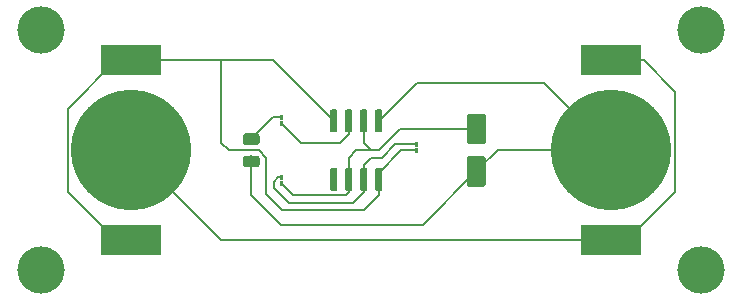
<source format=gbr>
G04 #@! TF.GenerationSoftware,KiCad,Pcbnew,(5.0.2)-1*
G04 #@! TF.CreationDate,2020-05-24T20:53:20+05:30*
G04 #@! TF.ProjectId,555 Timer LED Flasher,35353520-5469-46d6-9572-204c45442046,V1.0*
G04 #@! TF.SameCoordinates,Original*
G04 #@! TF.FileFunction,Copper,L1,Top*
G04 #@! TF.FilePolarity,Positive*
%FSLAX46Y46*%
G04 Gerber Fmt 4.6, Leading zero omitted, Abs format (unit mm)*
G04 Created by KiCad (PCBNEW (5.0.2)-1) date 05/24/20 20:53:20*
%MOMM*%
%LPD*%
G01*
G04 APERTURE LIST*
G04 #@! TA.AperFunction,SMDPad,CuDef*
%ADD10R,5.100000X2.500000*%
G04 #@! TD*
G04 #@! TA.AperFunction,BGAPad,CuDef*
%ADD11C,10.200000*%
G04 #@! TD*
G04 #@! TA.AperFunction,Conductor*
%ADD12C,0.100000*%
G04 #@! TD*
G04 #@! TA.AperFunction,SMDPad,CuDef*
%ADD13C,1.600000*%
G04 #@! TD*
G04 #@! TA.AperFunction,SMDPad,CuDef*
%ADD14C,0.975000*%
G04 #@! TD*
G04 #@! TA.AperFunction,SMDPad,CuDef*
%ADD15C,0.300000*%
G04 #@! TD*
G04 #@! TA.AperFunction,SMDPad,CuDef*
%ADD16C,0.600000*%
G04 #@! TD*
G04 #@! TA.AperFunction,ViaPad*
%ADD17C,4.000000*%
G04 #@! TD*
G04 #@! TA.AperFunction,Conductor*
%ADD18C,0.200000*%
G04 #@! TD*
G04 APERTURE END LIST*
D10*
G04 #@! TO.P,BT1,1*
G04 #@! TO.N,VCC*
X127496979Y-91750983D03*
X127496979Y-106950983D03*
D11*
G04 #@! TO.P,BT1,2*
G04 #@! TO.N,Net-(BT1-Pad2)*
X127496979Y-99350983D03*
G04 #@! TD*
G04 #@! TO.P,BT2,2*
G04 #@! TO.N,GND*
X168136979Y-99350983D03*
D10*
G04 #@! TO.P,BT2,1*
G04 #@! TO.N,Net-(BT1-Pad2)*
X168136979Y-91750983D03*
X168136979Y-106950983D03*
G04 #@! TD*
D12*
G04 #@! TO.N,Net-(C1-Pad1)*
G04 #@! TO.C,C1*
G36*
X157281483Y-96252187D02*
X157305752Y-96255787D01*
X157329550Y-96261748D01*
X157352650Y-96270013D01*
X157374828Y-96280503D01*
X157395872Y-96293116D01*
X157415577Y-96307730D01*
X157433756Y-96324206D01*
X157450232Y-96342385D01*
X157464846Y-96362090D01*
X157477459Y-96383134D01*
X157487949Y-96405312D01*
X157496214Y-96428412D01*
X157502175Y-96452210D01*
X157505775Y-96476479D01*
X157506979Y-96500983D01*
X157506979Y-98600983D01*
X157505775Y-98625487D01*
X157502175Y-98649756D01*
X157496214Y-98673554D01*
X157487949Y-98696654D01*
X157477459Y-98718832D01*
X157464846Y-98739876D01*
X157450232Y-98759581D01*
X157433756Y-98777760D01*
X157415577Y-98794236D01*
X157395872Y-98808850D01*
X157374828Y-98821463D01*
X157352650Y-98831953D01*
X157329550Y-98840218D01*
X157305752Y-98846179D01*
X157281483Y-98849779D01*
X157256979Y-98850983D01*
X156156979Y-98850983D01*
X156132475Y-98849779D01*
X156108206Y-98846179D01*
X156084408Y-98840218D01*
X156061308Y-98831953D01*
X156039130Y-98821463D01*
X156018086Y-98808850D01*
X155998381Y-98794236D01*
X155980202Y-98777760D01*
X155963726Y-98759581D01*
X155949112Y-98739876D01*
X155936499Y-98718832D01*
X155926009Y-98696654D01*
X155917744Y-98673554D01*
X155911783Y-98649756D01*
X155908183Y-98625487D01*
X155906979Y-98600983D01*
X155906979Y-96500983D01*
X155908183Y-96476479D01*
X155911783Y-96452210D01*
X155917744Y-96428412D01*
X155926009Y-96405312D01*
X155936499Y-96383134D01*
X155949112Y-96362090D01*
X155963726Y-96342385D01*
X155980202Y-96324206D01*
X155998381Y-96307730D01*
X156018086Y-96293116D01*
X156039130Y-96280503D01*
X156061308Y-96270013D01*
X156084408Y-96261748D01*
X156108206Y-96255787D01*
X156132475Y-96252187D01*
X156156979Y-96250983D01*
X157256979Y-96250983D01*
X157281483Y-96252187D01*
X157281483Y-96252187D01*
G37*
D13*
G04 #@! TD*
G04 #@! TO.P,C1,1*
G04 #@! TO.N,Net-(C1-Pad1)*
X156706979Y-97550983D03*
D12*
G04 #@! TO.N,GND*
G04 #@! TO.C,C1*
G36*
X157281483Y-99852187D02*
X157305752Y-99855787D01*
X157329550Y-99861748D01*
X157352650Y-99870013D01*
X157374828Y-99880503D01*
X157395872Y-99893116D01*
X157415577Y-99907730D01*
X157433756Y-99924206D01*
X157450232Y-99942385D01*
X157464846Y-99962090D01*
X157477459Y-99983134D01*
X157487949Y-100005312D01*
X157496214Y-100028412D01*
X157502175Y-100052210D01*
X157505775Y-100076479D01*
X157506979Y-100100983D01*
X157506979Y-102200983D01*
X157505775Y-102225487D01*
X157502175Y-102249756D01*
X157496214Y-102273554D01*
X157487949Y-102296654D01*
X157477459Y-102318832D01*
X157464846Y-102339876D01*
X157450232Y-102359581D01*
X157433756Y-102377760D01*
X157415577Y-102394236D01*
X157395872Y-102408850D01*
X157374828Y-102421463D01*
X157352650Y-102431953D01*
X157329550Y-102440218D01*
X157305752Y-102446179D01*
X157281483Y-102449779D01*
X157256979Y-102450983D01*
X156156979Y-102450983D01*
X156132475Y-102449779D01*
X156108206Y-102446179D01*
X156084408Y-102440218D01*
X156061308Y-102431953D01*
X156039130Y-102421463D01*
X156018086Y-102408850D01*
X155998381Y-102394236D01*
X155980202Y-102377760D01*
X155963726Y-102359581D01*
X155949112Y-102339876D01*
X155936499Y-102318832D01*
X155926009Y-102296654D01*
X155917744Y-102273554D01*
X155911783Y-102249756D01*
X155908183Y-102225487D01*
X155906979Y-102200983D01*
X155906979Y-100100983D01*
X155908183Y-100076479D01*
X155911783Y-100052210D01*
X155917744Y-100028412D01*
X155926009Y-100005312D01*
X155936499Y-99983134D01*
X155949112Y-99962090D01*
X155963726Y-99942385D01*
X155980202Y-99924206D01*
X155998381Y-99907730D01*
X156018086Y-99893116D01*
X156039130Y-99880503D01*
X156061308Y-99870013D01*
X156084408Y-99861748D01*
X156108206Y-99855787D01*
X156132475Y-99852187D01*
X156156979Y-99850983D01*
X157256979Y-99850983D01*
X157281483Y-99852187D01*
X157281483Y-99852187D01*
G37*
D13*
G04 #@! TD*
G04 #@! TO.P,C1,2*
G04 #@! TO.N,GND*
X156706979Y-101150983D03*
D12*
G04 #@! TO.N,GND*
G04 #@! TO.C,D1*
G36*
X138137121Y-99802157D02*
X138160782Y-99805667D01*
X138183986Y-99811479D01*
X138206508Y-99819537D01*
X138228132Y-99829765D01*
X138248649Y-99842062D01*
X138267862Y-99856312D01*
X138285586Y-99872376D01*
X138301650Y-99890100D01*
X138315900Y-99909313D01*
X138328197Y-99929830D01*
X138338425Y-99951454D01*
X138346483Y-99973976D01*
X138352295Y-99997180D01*
X138355805Y-100020841D01*
X138356979Y-100044733D01*
X138356979Y-100532233D01*
X138355805Y-100556125D01*
X138352295Y-100579786D01*
X138346483Y-100602990D01*
X138338425Y-100625512D01*
X138328197Y-100647136D01*
X138315900Y-100667653D01*
X138301650Y-100686866D01*
X138285586Y-100704590D01*
X138267862Y-100720654D01*
X138248649Y-100734904D01*
X138228132Y-100747201D01*
X138206508Y-100757429D01*
X138183986Y-100765487D01*
X138160782Y-100771299D01*
X138137121Y-100774809D01*
X138113229Y-100775983D01*
X137200729Y-100775983D01*
X137176837Y-100774809D01*
X137153176Y-100771299D01*
X137129972Y-100765487D01*
X137107450Y-100757429D01*
X137085826Y-100747201D01*
X137065309Y-100734904D01*
X137046096Y-100720654D01*
X137028372Y-100704590D01*
X137012308Y-100686866D01*
X136998058Y-100667653D01*
X136985761Y-100647136D01*
X136975533Y-100625512D01*
X136967475Y-100602990D01*
X136961663Y-100579786D01*
X136958153Y-100556125D01*
X136956979Y-100532233D01*
X136956979Y-100044733D01*
X136958153Y-100020841D01*
X136961663Y-99997180D01*
X136967475Y-99973976D01*
X136975533Y-99951454D01*
X136985761Y-99929830D01*
X136998058Y-99909313D01*
X137012308Y-99890100D01*
X137028372Y-99872376D01*
X137046096Y-99856312D01*
X137065309Y-99842062D01*
X137085826Y-99829765D01*
X137107450Y-99819537D01*
X137129972Y-99811479D01*
X137153176Y-99805667D01*
X137176837Y-99802157D01*
X137200729Y-99800983D01*
X138113229Y-99800983D01*
X138137121Y-99802157D01*
X138137121Y-99802157D01*
G37*
D14*
G04 #@! TD*
G04 #@! TO.P,D1,1*
G04 #@! TO.N,GND*
X137656979Y-100288483D03*
D12*
G04 #@! TO.N,Net-(D1-Pad2)*
G04 #@! TO.C,D1*
G36*
X138137121Y-97927157D02*
X138160782Y-97930667D01*
X138183986Y-97936479D01*
X138206508Y-97944537D01*
X138228132Y-97954765D01*
X138248649Y-97967062D01*
X138267862Y-97981312D01*
X138285586Y-97997376D01*
X138301650Y-98015100D01*
X138315900Y-98034313D01*
X138328197Y-98054830D01*
X138338425Y-98076454D01*
X138346483Y-98098976D01*
X138352295Y-98122180D01*
X138355805Y-98145841D01*
X138356979Y-98169733D01*
X138356979Y-98657233D01*
X138355805Y-98681125D01*
X138352295Y-98704786D01*
X138346483Y-98727990D01*
X138338425Y-98750512D01*
X138328197Y-98772136D01*
X138315900Y-98792653D01*
X138301650Y-98811866D01*
X138285586Y-98829590D01*
X138267862Y-98845654D01*
X138248649Y-98859904D01*
X138228132Y-98872201D01*
X138206508Y-98882429D01*
X138183986Y-98890487D01*
X138160782Y-98896299D01*
X138137121Y-98899809D01*
X138113229Y-98900983D01*
X137200729Y-98900983D01*
X137176837Y-98899809D01*
X137153176Y-98896299D01*
X137129972Y-98890487D01*
X137107450Y-98882429D01*
X137085826Y-98872201D01*
X137065309Y-98859904D01*
X137046096Y-98845654D01*
X137028372Y-98829590D01*
X137012308Y-98811866D01*
X136998058Y-98792653D01*
X136985761Y-98772136D01*
X136975533Y-98750512D01*
X136967475Y-98727990D01*
X136961663Y-98704786D01*
X136958153Y-98681125D01*
X136956979Y-98657233D01*
X136956979Y-98169733D01*
X136958153Y-98145841D01*
X136961663Y-98122180D01*
X136967475Y-98098976D01*
X136975533Y-98076454D01*
X136985761Y-98054830D01*
X136998058Y-98034313D01*
X137012308Y-98015100D01*
X137028372Y-97997376D01*
X137046096Y-97981312D01*
X137065309Y-97967062D01*
X137085826Y-97954765D01*
X137107450Y-97944537D01*
X137129972Y-97936479D01*
X137153176Y-97930667D01*
X137176837Y-97927157D01*
X137200729Y-97925983D01*
X138113229Y-97925983D01*
X138137121Y-97927157D01*
X138137121Y-97927157D01*
G37*
D14*
G04 #@! TD*
G04 #@! TO.P,D1,2*
G04 #@! TO.N,Net-(D1-Pad2)*
X137656979Y-98413483D03*
D12*
G04 #@! TO.N,Net-(R1-Pad2)*
G04 #@! TO.C,R1*
G36*
X151709330Y-98651344D02*
X151716611Y-98652424D01*
X151723750Y-98654212D01*
X151730680Y-98656692D01*
X151737334Y-98659839D01*
X151743647Y-98663623D01*
X151749558Y-98668007D01*
X151755012Y-98672950D01*
X151759955Y-98678404D01*
X151764339Y-98684315D01*
X151768123Y-98690628D01*
X151771270Y-98697282D01*
X151773750Y-98704212D01*
X151775538Y-98711351D01*
X151776618Y-98718632D01*
X151776979Y-98725983D01*
X151776979Y-98975983D01*
X151776618Y-98983334D01*
X151775538Y-98990615D01*
X151773750Y-98997754D01*
X151771270Y-99004684D01*
X151768123Y-99011338D01*
X151764339Y-99017651D01*
X151759955Y-99023562D01*
X151755012Y-99029016D01*
X151749558Y-99033959D01*
X151743647Y-99038343D01*
X151737334Y-99042127D01*
X151730680Y-99045274D01*
X151723750Y-99047754D01*
X151716611Y-99049542D01*
X151709330Y-99050622D01*
X151701979Y-99050983D01*
X151551979Y-99050983D01*
X151544628Y-99050622D01*
X151537347Y-99049542D01*
X151530208Y-99047754D01*
X151523278Y-99045274D01*
X151516624Y-99042127D01*
X151510311Y-99038343D01*
X151504400Y-99033959D01*
X151498946Y-99029016D01*
X151494003Y-99023562D01*
X151489619Y-99017651D01*
X151485835Y-99011338D01*
X151482688Y-99004684D01*
X151480208Y-98997754D01*
X151478420Y-98990615D01*
X151477340Y-98983334D01*
X151476979Y-98975983D01*
X151476979Y-98725983D01*
X151477340Y-98718632D01*
X151478420Y-98711351D01*
X151480208Y-98704212D01*
X151482688Y-98697282D01*
X151485835Y-98690628D01*
X151489619Y-98684315D01*
X151494003Y-98678404D01*
X151498946Y-98672950D01*
X151504400Y-98668007D01*
X151510311Y-98663623D01*
X151516624Y-98659839D01*
X151523278Y-98656692D01*
X151530208Y-98654212D01*
X151537347Y-98652424D01*
X151544628Y-98651344D01*
X151551979Y-98650983D01*
X151701979Y-98650983D01*
X151709330Y-98651344D01*
X151709330Y-98651344D01*
G37*
D15*
G04 #@! TD*
G04 #@! TO.P,R1,2*
G04 #@! TO.N,Net-(R1-Pad2)*
X151626979Y-98850983D03*
D12*
G04 #@! TO.N,VCC*
G04 #@! TO.C,R1*
G36*
X151709330Y-99151344D02*
X151716611Y-99152424D01*
X151723750Y-99154212D01*
X151730680Y-99156692D01*
X151737334Y-99159839D01*
X151743647Y-99163623D01*
X151749558Y-99168007D01*
X151755012Y-99172950D01*
X151759955Y-99178404D01*
X151764339Y-99184315D01*
X151768123Y-99190628D01*
X151771270Y-99197282D01*
X151773750Y-99204212D01*
X151775538Y-99211351D01*
X151776618Y-99218632D01*
X151776979Y-99225983D01*
X151776979Y-99475983D01*
X151776618Y-99483334D01*
X151775538Y-99490615D01*
X151773750Y-99497754D01*
X151771270Y-99504684D01*
X151768123Y-99511338D01*
X151764339Y-99517651D01*
X151759955Y-99523562D01*
X151755012Y-99529016D01*
X151749558Y-99533959D01*
X151743647Y-99538343D01*
X151737334Y-99542127D01*
X151730680Y-99545274D01*
X151723750Y-99547754D01*
X151716611Y-99549542D01*
X151709330Y-99550622D01*
X151701979Y-99550983D01*
X151551979Y-99550983D01*
X151544628Y-99550622D01*
X151537347Y-99549542D01*
X151530208Y-99547754D01*
X151523278Y-99545274D01*
X151516624Y-99542127D01*
X151510311Y-99538343D01*
X151504400Y-99533959D01*
X151498946Y-99529016D01*
X151494003Y-99523562D01*
X151489619Y-99517651D01*
X151485835Y-99511338D01*
X151482688Y-99504684D01*
X151480208Y-99497754D01*
X151478420Y-99490615D01*
X151477340Y-99483334D01*
X151476979Y-99475983D01*
X151476979Y-99225983D01*
X151477340Y-99218632D01*
X151478420Y-99211351D01*
X151480208Y-99204212D01*
X151482688Y-99197282D01*
X151485835Y-99190628D01*
X151489619Y-99184315D01*
X151494003Y-99178404D01*
X151498946Y-99172950D01*
X151504400Y-99168007D01*
X151510311Y-99163623D01*
X151516624Y-99159839D01*
X151523278Y-99156692D01*
X151530208Y-99154212D01*
X151537347Y-99152424D01*
X151544628Y-99151344D01*
X151551979Y-99150983D01*
X151701979Y-99150983D01*
X151709330Y-99151344D01*
X151709330Y-99151344D01*
G37*
D15*
G04 #@! TD*
G04 #@! TO.P,R1,1*
G04 #@! TO.N,VCC*
X151626979Y-99350983D03*
D12*
G04 #@! TO.N,Net-(C1-Pad1)*
G04 #@! TO.C,R2*
G36*
X140279330Y-101941344D02*
X140286611Y-101942424D01*
X140293750Y-101944212D01*
X140300680Y-101946692D01*
X140307334Y-101949839D01*
X140313647Y-101953623D01*
X140319558Y-101958007D01*
X140325012Y-101962950D01*
X140329955Y-101968404D01*
X140334339Y-101974315D01*
X140338123Y-101980628D01*
X140341270Y-101987282D01*
X140343750Y-101994212D01*
X140345538Y-102001351D01*
X140346618Y-102008632D01*
X140346979Y-102015983D01*
X140346979Y-102265983D01*
X140346618Y-102273334D01*
X140345538Y-102280615D01*
X140343750Y-102287754D01*
X140341270Y-102294684D01*
X140338123Y-102301338D01*
X140334339Y-102307651D01*
X140329955Y-102313562D01*
X140325012Y-102319016D01*
X140319558Y-102323959D01*
X140313647Y-102328343D01*
X140307334Y-102332127D01*
X140300680Y-102335274D01*
X140293750Y-102337754D01*
X140286611Y-102339542D01*
X140279330Y-102340622D01*
X140271979Y-102340983D01*
X140121979Y-102340983D01*
X140114628Y-102340622D01*
X140107347Y-102339542D01*
X140100208Y-102337754D01*
X140093278Y-102335274D01*
X140086624Y-102332127D01*
X140080311Y-102328343D01*
X140074400Y-102323959D01*
X140068946Y-102319016D01*
X140064003Y-102313562D01*
X140059619Y-102307651D01*
X140055835Y-102301338D01*
X140052688Y-102294684D01*
X140050208Y-102287754D01*
X140048420Y-102280615D01*
X140047340Y-102273334D01*
X140046979Y-102265983D01*
X140046979Y-102015983D01*
X140047340Y-102008632D01*
X140048420Y-102001351D01*
X140050208Y-101994212D01*
X140052688Y-101987282D01*
X140055835Y-101980628D01*
X140059619Y-101974315D01*
X140064003Y-101968404D01*
X140068946Y-101962950D01*
X140074400Y-101958007D01*
X140080311Y-101953623D01*
X140086624Y-101949839D01*
X140093278Y-101946692D01*
X140100208Y-101944212D01*
X140107347Y-101942424D01*
X140114628Y-101941344D01*
X140121979Y-101940983D01*
X140271979Y-101940983D01*
X140279330Y-101941344D01*
X140279330Y-101941344D01*
G37*
D15*
G04 #@! TD*
G04 #@! TO.P,R2,2*
G04 #@! TO.N,Net-(C1-Pad1)*
X140196979Y-102140983D03*
D12*
G04 #@! TO.N,Net-(R1-Pad2)*
G04 #@! TO.C,R2*
G36*
X140279330Y-101441344D02*
X140286611Y-101442424D01*
X140293750Y-101444212D01*
X140300680Y-101446692D01*
X140307334Y-101449839D01*
X140313647Y-101453623D01*
X140319558Y-101458007D01*
X140325012Y-101462950D01*
X140329955Y-101468404D01*
X140334339Y-101474315D01*
X140338123Y-101480628D01*
X140341270Y-101487282D01*
X140343750Y-101494212D01*
X140345538Y-101501351D01*
X140346618Y-101508632D01*
X140346979Y-101515983D01*
X140346979Y-101765983D01*
X140346618Y-101773334D01*
X140345538Y-101780615D01*
X140343750Y-101787754D01*
X140341270Y-101794684D01*
X140338123Y-101801338D01*
X140334339Y-101807651D01*
X140329955Y-101813562D01*
X140325012Y-101819016D01*
X140319558Y-101823959D01*
X140313647Y-101828343D01*
X140307334Y-101832127D01*
X140300680Y-101835274D01*
X140293750Y-101837754D01*
X140286611Y-101839542D01*
X140279330Y-101840622D01*
X140271979Y-101840983D01*
X140121979Y-101840983D01*
X140114628Y-101840622D01*
X140107347Y-101839542D01*
X140100208Y-101837754D01*
X140093278Y-101835274D01*
X140086624Y-101832127D01*
X140080311Y-101828343D01*
X140074400Y-101823959D01*
X140068946Y-101819016D01*
X140064003Y-101813562D01*
X140059619Y-101807651D01*
X140055835Y-101801338D01*
X140052688Y-101794684D01*
X140050208Y-101787754D01*
X140048420Y-101780615D01*
X140047340Y-101773334D01*
X140046979Y-101765983D01*
X140046979Y-101515983D01*
X140047340Y-101508632D01*
X140048420Y-101501351D01*
X140050208Y-101494212D01*
X140052688Y-101487282D01*
X140055835Y-101480628D01*
X140059619Y-101474315D01*
X140064003Y-101468404D01*
X140068946Y-101462950D01*
X140074400Y-101458007D01*
X140080311Y-101453623D01*
X140086624Y-101449839D01*
X140093278Y-101446692D01*
X140100208Y-101444212D01*
X140107347Y-101442424D01*
X140114628Y-101441344D01*
X140121979Y-101440983D01*
X140271979Y-101440983D01*
X140279330Y-101441344D01*
X140279330Y-101441344D01*
G37*
D15*
G04 #@! TD*
G04 #@! TO.P,R2,1*
G04 #@! TO.N,Net-(R1-Pad2)*
X140196979Y-101640983D03*
D12*
G04 #@! TO.N,Net-(R3-Pad2)*
G04 #@! TO.C,R3*
G36*
X140279330Y-96861344D02*
X140286611Y-96862424D01*
X140293750Y-96864212D01*
X140300680Y-96866692D01*
X140307334Y-96869839D01*
X140313647Y-96873623D01*
X140319558Y-96878007D01*
X140325012Y-96882950D01*
X140329955Y-96888404D01*
X140334339Y-96894315D01*
X140338123Y-96900628D01*
X140341270Y-96907282D01*
X140343750Y-96914212D01*
X140345538Y-96921351D01*
X140346618Y-96928632D01*
X140346979Y-96935983D01*
X140346979Y-97185983D01*
X140346618Y-97193334D01*
X140345538Y-97200615D01*
X140343750Y-97207754D01*
X140341270Y-97214684D01*
X140338123Y-97221338D01*
X140334339Y-97227651D01*
X140329955Y-97233562D01*
X140325012Y-97239016D01*
X140319558Y-97243959D01*
X140313647Y-97248343D01*
X140307334Y-97252127D01*
X140300680Y-97255274D01*
X140293750Y-97257754D01*
X140286611Y-97259542D01*
X140279330Y-97260622D01*
X140271979Y-97260983D01*
X140121979Y-97260983D01*
X140114628Y-97260622D01*
X140107347Y-97259542D01*
X140100208Y-97257754D01*
X140093278Y-97255274D01*
X140086624Y-97252127D01*
X140080311Y-97248343D01*
X140074400Y-97243959D01*
X140068946Y-97239016D01*
X140064003Y-97233562D01*
X140059619Y-97227651D01*
X140055835Y-97221338D01*
X140052688Y-97214684D01*
X140050208Y-97207754D01*
X140048420Y-97200615D01*
X140047340Y-97193334D01*
X140046979Y-97185983D01*
X140046979Y-96935983D01*
X140047340Y-96928632D01*
X140048420Y-96921351D01*
X140050208Y-96914212D01*
X140052688Y-96907282D01*
X140055835Y-96900628D01*
X140059619Y-96894315D01*
X140064003Y-96888404D01*
X140068946Y-96882950D01*
X140074400Y-96878007D01*
X140080311Y-96873623D01*
X140086624Y-96869839D01*
X140093278Y-96866692D01*
X140100208Y-96864212D01*
X140107347Y-96862424D01*
X140114628Y-96861344D01*
X140121979Y-96860983D01*
X140271979Y-96860983D01*
X140279330Y-96861344D01*
X140279330Y-96861344D01*
G37*
D15*
G04 #@! TD*
G04 #@! TO.P,R3,2*
G04 #@! TO.N,Net-(R3-Pad2)*
X140196979Y-97060983D03*
D12*
G04 #@! TO.N,Net-(D1-Pad2)*
G04 #@! TO.C,R3*
G36*
X140279330Y-96361344D02*
X140286611Y-96362424D01*
X140293750Y-96364212D01*
X140300680Y-96366692D01*
X140307334Y-96369839D01*
X140313647Y-96373623D01*
X140319558Y-96378007D01*
X140325012Y-96382950D01*
X140329955Y-96388404D01*
X140334339Y-96394315D01*
X140338123Y-96400628D01*
X140341270Y-96407282D01*
X140343750Y-96414212D01*
X140345538Y-96421351D01*
X140346618Y-96428632D01*
X140346979Y-96435983D01*
X140346979Y-96685983D01*
X140346618Y-96693334D01*
X140345538Y-96700615D01*
X140343750Y-96707754D01*
X140341270Y-96714684D01*
X140338123Y-96721338D01*
X140334339Y-96727651D01*
X140329955Y-96733562D01*
X140325012Y-96739016D01*
X140319558Y-96743959D01*
X140313647Y-96748343D01*
X140307334Y-96752127D01*
X140300680Y-96755274D01*
X140293750Y-96757754D01*
X140286611Y-96759542D01*
X140279330Y-96760622D01*
X140271979Y-96760983D01*
X140121979Y-96760983D01*
X140114628Y-96760622D01*
X140107347Y-96759542D01*
X140100208Y-96757754D01*
X140093278Y-96755274D01*
X140086624Y-96752127D01*
X140080311Y-96748343D01*
X140074400Y-96743959D01*
X140068946Y-96739016D01*
X140064003Y-96733562D01*
X140059619Y-96727651D01*
X140055835Y-96721338D01*
X140052688Y-96714684D01*
X140050208Y-96707754D01*
X140048420Y-96700615D01*
X140047340Y-96693334D01*
X140046979Y-96685983D01*
X140046979Y-96435983D01*
X140047340Y-96428632D01*
X140048420Y-96421351D01*
X140050208Y-96414212D01*
X140052688Y-96407282D01*
X140055835Y-96400628D01*
X140059619Y-96394315D01*
X140064003Y-96388404D01*
X140068946Y-96382950D01*
X140074400Y-96378007D01*
X140080311Y-96373623D01*
X140086624Y-96369839D01*
X140093278Y-96366692D01*
X140100208Y-96364212D01*
X140107347Y-96362424D01*
X140114628Y-96361344D01*
X140121979Y-96360983D01*
X140271979Y-96360983D01*
X140279330Y-96361344D01*
X140279330Y-96361344D01*
G37*
D15*
G04 #@! TD*
G04 #@! TO.P,R3,1*
G04 #@! TO.N,Net-(D1-Pad2)*
X140196979Y-96560983D03*
D12*
G04 #@! TO.N,GND*
G04 #@! TO.C,U1*
G36*
X148616682Y-95901705D02*
X148631243Y-95903865D01*
X148645522Y-95907442D01*
X148659382Y-95912401D01*
X148672689Y-95918695D01*
X148685315Y-95926263D01*
X148697138Y-95935031D01*
X148708045Y-95944917D01*
X148717931Y-95955824D01*
X148726699Y-95967647D01*
X148734267Y-95980273D01*
X148740561Y-95993580D01*
X148745520Y-96007440D01*
X148749097Y-96021719D01*
X148751257Y-96036280D01*
X148751979Y-96050983D01*
X148751979Y-97700983D01*
X148751257Y-97715686D01*
X148749097Y-97730247D01*
X148745520Y-97744526D01*
X148740561Y-97758386D01*
X148734267Y-97771693D01*
X148726699Y-97784319D01*
X148717931Y-97796142D01*
X148708045Y-97807049D01*
X148697138Y-97816935D01*
X148685315Y-97825703D01*
X148672689Y-97833271D01*
X148659382Y-97839565D01*
X148645522Y-97844524D01*
X148631243Y-97848101D01*
X148616682Y-97850261D01*
X148601979Y-97850983D01*
X148301979Y-97850983D01*
X148287276Y-97850261D01*
X148272715Y-97848101D01*
X148258436Y-97844524D01*
X148244576Y-97839565D01*
X148231269Y-97833271D01*
X148218643Y-97825703D01*
X148206820Y-97816935D01*
X148195913Y-97807049D01*
X148186027Y-97796142D01*
X148177259Y-97784319D01*
X148169691Y-97771693D01*
X148163397Y-97758386D01*
X148158438Y-97744526D01*
X148154861Y-97730247D01*
X148152701Y-97715686D01*
X148151979Y-97700983D01*
X148151979Y-96050983D01*
X148152701Y-96036280D01*
X148154861Y-96021719D01*
X148158438Y-96007440D01*
X148163397Y-95993580D01*
X148169691Y-95980273D01*
X148177259Y-95967647D01*
X148186027Y-95955824D01*
X148195913Y-95944917D01*
X148206820Y-95935031D01*
X148218643Y-95926263D01*
X148231269Y-95918695D01*
X148244576Y-95912401D01*
X148258436Y-95907442D01*
X148272715Y-95903865D01*
X148287276Y-95901705D01*
X148301979Y-95900983D01*
X148601979Y-95900983D01*
X148616682Y-95901705D01*
X148616682Y-95901705D01*
G37*
D16*
G04 #@! TD*
G04 #@! TO.P,U1,1*
G04 #@! TO.N,GND*
X148451979Y-96875983D03*
D12*
G04 #@! TO.N,Net-(C1-Pad1)*
G04 #@! TO.C,U1*
G36*
X147346682Y-95901705D02*
X147361243Y-95903865D01*
X147375522Y-95907442D01*
X147389382Y-95912401D01*
X147402689Y-95918695D01*
X147415315Y-95926263D01*
X147427138Y-95935031D01*
X147438045Y-95944917D01*
X147447931Y-95955824D01*
X147456699Y-95967647D01*
X147464267Y-95980273D01*
X147470561Y-95993580D01*
X147475520Y-96007440D01*
X147479097Y-96021719D01*
X147481257Y-96036280D01*
X147481979Y-96050983D01*
X147481979Y-97700983D01*
X147481257Y-97715686D01*
X147479097Y-97730247D01*
X147475520Y-97744526D01*
X147470561Y-97758386D01*
X147464267Y-97771693D01*
X147456699Y-97784319D01*
X147447931Y-97796142D01*
X147438045Y-97807049D01*
X147427138Y-97816935D01*
X147415315Y-97825703D01*
X147402689Y-97833271D01*
X147389382Y-97839565D01*
X147375522Y-97844524D01*
X147361243Y-97848101D01*
X147346682Y-97850261D01*
X147331979Y-97850983D01*
X147031979Y-97850983D01*
X147017276Y-97850261D01*
X147002715Y-97848101D01*
X146988436Y-97844524D01*
X146974576Y-97839565D01*
X146961269Y-97833271D01*
X146948643Y-97825703D01*
X146936820Y-97816935D01*
X146925913Y-97807049D01*
X146916027Y-97796142D01*
X146907259Y-97784319D01*
X146899691Y-97771693D01*
X146893397Y-97758386D01*
X146888438Y-97744526D01*
X146884861Y-97730247D01*
X146882701Y-97715686D01*
X146881979Y-97700983D01*
X146881979Y-96050983D01*
X146882701Y-96036280D01*
X146884861Y-96021719D01*
X146888438Y-96007440D01*
X146893397Y-95993580D01*
X146899691Y-95980273D01*
X146907259Y-95967647D01*
X146916027Y-95955824D01*
X146925913Y-95944917D01*
X146936820Y-95935031D01*
X146948643Y-95926263D01*
X146961269Y-95918695D01*
X146974576Y-95912401D01*
X146988436Y-95907442D01*
X147002715Y-95903865D01*
X147017276Y-95901705D01*
X147031979Y-95900983D01*
X147331979Y-95900983D01*
X147346682Y-95901705D01*
X147346682Y-95901705D01*
G37*
D16*
G04 #@! TD*
G04 #@! TO.P,U1,2*
G04 #@! TO.N,Net-(C1-Pad1)*
X147181979Y-96875983D03*
D12*
G04 #@! TO.N,Net-(R3-Pad2)*
G04 #@! TO.C,U1*
G36*
X146076682Y-95901705D02*
X146091243Y-95903865D01*
X146105522Y-95907442D01*
X146119382Y-95912401D01*
X146132689Y-95918695D01*
X146145315Y-95926263D01*
X146157138Y-95935031D01*
X146168045Y-95944917D01*
X146177931Y-95955824D01*
X146186699Y-95967647D01*
X146194267Y-95980273D01*
X146200561Y-95993580D01*
X146205520Y-96007440D01*
X146209097Y-96021719D01*
X146211257Y-96036280D01*
X146211979Y-96050983D01*
X146211979Y-97700983D01*
X146211257Y-97715686D01*
X146209097Y-97730247D01*
X146205520Y-97744526D01*
X146200561Y-97758386D01*
X146194267Y-97771693D01*
X146186699Y-97784319D01*
X146177931Y-97796142D01*
X146168045Y-97807049D01*
X146157138Y-97816935D01*
X146145315Y-97825703D01*
X146132689Y-97833271D01*
X146119382Y-97839565D01*
X146105522Y-97844524D01*
X146091243Y-97848101D01*
X146076682Y-97850261D01*
X146061979Y-97850983D01*
X145761979Y-97850983D01*
X145747276Y-97850261D01*
X145732715Y-97848101D01*
X145718436Y-97844524D01*
X145704576Y-97839565D01*
X145691269Y-97833271D01*
X145678643Y-97825703D01*
X145666820Y-97816935D01*
X145655913Y-97807049D01*
X145646027Y-97796142D01*
X145637259Y-97784319D01*
X145629691Y-97771693D01*
X145623397Y-97758386D01*
X145618438Y-97744526D01*
X145614861Y-97730247D01*
X145612701Y-97715686D01*
X145611979Y-97700983D01*
X145611979Y-96050983D01*
X145612701Y-96036280D01*
X145614861Y-96021719D01*
X145618438Y-96007440D01*
X145623397Y-95993580D01*
X145629691Y-95980273D01*
X145637259Y-95967647D01*
X145646027Y-95955824D01*
X145655913Y-95944917D01*
X145666820Y-95935031D01*
X145678643Y-95926263D01*
X145691269Y-95918695D01*
X145704576Y-95912401D01*
X145718436Y-95907442D01*
X145732715Y-95903865D01*
X145747276Y-95901705D01*
X145761979Y-95900983D01*
X146061979Y-95900983D01*
X146076682Y-95901705D01*
X146076682Y-95901705D01*
G37*
D16*
G04 #@! TD*
G04 #@! TO.P,U1,3*
G04 #@! TO.N,Net-(R3-Pad2)*
X145911979Y-96875983D03*
D12*
G04 #@! TO.N,VCC*
G04 #@! TO.C,U1*
G36*
X144806682Y-95901705D02*
X144821243Y-95903865D01*
X144835522Y-95907442D01*
X144849382Y-95912401D01*
X144862689Y-95918695D01*
X144875315Y-95926263D01*
X144887138Y-95935031D01*
X144898045Y-95944917D01*
X144907931Y-95955824D01*
X144916699Y-95967647D01*
X144924267Y-95980273D01*
X144930561Y-95993580D01*
X144935520Y-96007440D01*
X144939097Y-96021719D01*
X144941257Y-96036280D01*
X144941979Y-96050983D01*
X144941979Y-97700983D01*
X144941257Y-97715686D01*
X144939097Y-97730247D01*
X144935520Y-97744526D01*
X144930561Y-97758386D01*
X144924267Y-97771693D01*
X144916699Y-97784319D01*
X144907931Y-97796142D01*
X144898045Y-97807049D01*
X144887138Y-97816935D01*
X144875315Y-97825703D01*
X144862689Y-97833271D01*
X144849382Y-97839565D01*
X144835522Y-97844524D01*
X144821243Y-97848101D01*
X144806682Y-97850261D01*
X144791979Y-97850983D01*
X144491979Y-97850983D01*
X144477276Y-97850261D01*
X144462715Y-97848101D01*
X144448436Y-97844524D01*
X144434576Y-97839565D01*
X144421269Y-97833271D01*
X144408643Y-97825703D01*
X144396820Y-97816935D01*
X144385913Y-97807049D01*
X144376027Y-97796142D01*
X144367259Y-97784319D01*
X144359691Y-97771693D01*
X144353397Y-97758386D01*
X144348438Y-97744526D01*
X144344861Y-97730247D01*
X144342701Y-97715686D01*
X144341979Y-97700983D01*
X144341979Y-96050983D01*
X144342701Y-96036280D01*
X144344861Y-96021719D01*
X144348438Y-96007440D01*
X144353397Y-95993580D01*
X144359691Y-95980273D01*
X144367259Y-95967647D01*
X144376027Y-95955824D01*
X144385913Y-95944917D01*
X144396820Y-95935031D01*
X144408643Y-95926263D01*
X144421269Y-95918695D01*
X144434576Y-95912401D01*
X144448436Y-95907442D01*
X144462715Y-95903865D01*
X144477276Y-95901705D01*
X144491979Y-95900983D01*
X144791979Y-95900983D01*
X144806682Y-95901705D01*
X144806682Y-95901705D01*
G37*
D16*
G04 #@! TD*
G04 #@! TO.P,U1,4*
G04 #@! TO.N,VCC*
X144641979Y-96875983D03*
D12*
G04 #@! TO.N,Net-(U1-Pad5)*
G04 #@! TO.C,U1*
G36*
X144806682Y-100851705D02*
X144821243Y-100853865D01*
X144835522Y-100857442D01*
X144849382Y-100862401D01*
X144862689Y-100868695D01*
X144875315Y-100876263D01*
X144887138Y-100885031D01*
X144898045Y-100894917D01*
X144907931Y-100905824D01*
X144916699Y-100917647D01*
X144924267Y-100930273D01*
X144930561Y-100943580D01*
X144935520Y-100957440D01*
X144939097Y-100971719D01*
X144941257Y-100986280D01*
X144941979Y-101000983D01*
X144941979Y-102650983D01*
X144941257Y-102665686D01*
X144939097Y-102680247D01*
X144935520Y-102694526D01*
X144930561Y-102708386D01*
X144924267Y-102721693D01*
X144916699Y-102734319D01*
X144907931Y-102746142D01*
X144898045Y-102757049D01*
X144887138Y-102766935D01*
X144875315Y-102775703D01*
X144862689Y-102783271D01*
X144849382Y-102789565D01*
X144835522Y-102794524D01*
X144821243Y-102798101D01*
X144806682Y-102800261D01*
X144791979Y-102800983D01*
X144491979Y-102800983D01*
X144477276Y-102800261D01*
X144462715Y-102798101D01*
X144448436Y-102794524D01*
X144434576Y-102789565D01*
X144421269Y-102783271D01*
X144408643Y-102775703D01*
X144396820Y-102766935D01*
X144385913Y-102757049D01*
X144376027Y-102746142D01*
X144367259Y-102734319D01*
X144359691Y-102721693D01*
X144353397Y-102708386D01*
X144348438Y-102694526D01*
X144344861Y-102680247D01*
X144342701Y-102665686D01*
X144341979Y-102650983D01*
X144341979Y-101000983D01*
X144342701Y-100986280D01*
X144344861Y-100971719D01*
X144348438Y-100957440D01*
X144353397Y-100943580D01*
X144359691Y-100930273D01*
X144367259Y-100917647D01*
X144376027Y-100905824D01*
X144385913Y-100894917D01*
X144396820Y-100885031D01*
X144408643Y-100876263D01*
X144421269Y-100868695D01*
X144434576Y-100862401D01*
X144448436Y-100857442D01*
X144462715Y-100853865D01*
X144477276Y-100851705D01*
X144491979Y-100850983D01*
X144791979Y-100850983D01*
X144806682Y-100851705D01*
X144806682Y-100851705D01*
G37*
D16*
G04 #@! TD*
G04 #@! TO.P,U1,5*
G04 #@! TO.N,Net-(U1-Pad5)*
X144641979Y-101825983D03*
D12*
G04 #@! TO.N,Net-(C1-Pad1)*
G04 #@! TO.C,U1*
G36*
X146076682Y-100851705D02*
X146091243Y-100853865D01*
X146105522Y-100857442D01*
X146119382Y-100862401D01*
X146132689Y-100868695D01*
X146145315Y-100876263D01*
X146157138Y-100885031D01*
X146168045Y-100894917D01*
X146177931Y-100905824D01*
X146186699Y-100917647D01*
X146194267Y-100930273D01*
X146200561Y-100943580D01*
X146205520Y-100957440D01*
X146209097Y-100971719D01*
X146211257Y-100986280D01*
X146211979Y-101000983D01*
X146211979Y-102650983D01*
X146211257Y-102665686D01*
X146209097Y-102680247D01*
X146205520Y-102694526D01*
X146200561Y-102708386D01*
X146194267Y-102721693D01*
X146186699Y-102734319D01*
X146177931Y-102746142D01*
X146168045Y-102757049D01*
X146157138Y-102766935D01*
X146145315Y-102775703D01*
X146132689Y-102783271D01*
X146119382Y-102789565D01*
X146105522Y-102794524D01*
X146091243Y-102798101D01*
X146076682Y-102800261D01*
X146061979Y-102800983D01*
X145761979Y-102800983D01*
X145747276Y-102800261D01*
X145732715Y-102798101D01*
X145718436Y-102794524D01*
X145704576Y-102789565D01*
X145691269Y-102783271D01*
X145678643Y-102775703D01*
X145666820Y-102766935D01*
X145655913Y-102757049D01*
X145646027Y-102746142D01*
X145637259Y-102734319D01*
X145629691Y-102721693D01*
X145623397Y-102708386D01*
X145618438Y-102694526D01*
X145614861Y-102680247D01*
X145612701Y-102665686D01*
X145611979Y-102650983D01*
X145611979Y-101000983D01*
X145612701Y-100986280D01*
X145614861Y-100971719D01*
X145618438Y-100957440D01*
X145623397Y-100943580D01*
X145629691Y-100930273D01*
X145637259Y-100917647D01*
X145646027Y-100905824D01*
X145655913Y-100894917D01*
X145666820Y-100885031D01*
X145678643Y-100876263D01*
X145691269Y-100868695D01*
X145704576Y-100862401D01*
X145718436Y-100857442D01*
X145732715Y-100853865D01*
X145747276Y-100851705D01*
X145761979Y-100850983D01*
X146061979Y-100850983D01*
X146076682Y-100851705D01*
X146076682Y-100851705D01*
G37*
D16*
G04 #@! TD*
G04 #@! TO.P,U1,6*
G04 #@! TO.N,Net-(C1-Pad1)*
X145911979Y-101825983D03*
D12*
G04 #@! TO.N,Net-(R1-Pad2)*
G04 #@! TO.C,U1*
G36*
X147346682Y-100851705D02*
X147361243Y-100853865D01*
X147375522Y-100857442D01*
X147389382Y-100862401D01*
X147402689Y-100868695D01*
X147415315Y-100876263D01*
X147427138Y-100885031D01*
X147438045Y-100894917D01*
X147447931Y-100905824D01*
X147456699Y-100917647D01*
X147464267Y-100930273D01*
X147470561Y-100943580D01*
X147475520Y-100957440D01*
X147479097Y-100971719D01*
X147481257Y-100986280D01*
X147481979Y-101000983D01*
X147481979Y-102650983D01*
X147481257Y-102665686D01*
X147479097Y-102680247D01*
X147475520Y-102694526D01*
X147470561Y-102708386D01*
X147464267Y-102721693D01*
X147456699Y-102734319D01*
X147447931Y-102746142D01*
X147438045Y-102757049D01*
X147427138Y-102766935D01*
X147415315Y-102775703D01*
X147402689Y-102783271D01*
X147389382Y-102789565D01*
X147375522Y-102794524D01*
X147361243Y-102798101D01*
X147346682Y-102800261D01*
X147331979Y-102800983D01*
X147031979Y-102800983D01*
X147017276Y-102800261D01*
X147002715Y-102798101D01*
X146988436Y-102794524D01*
X146974576Y-102789565D01*
X146961269Y-102783271D01*
X146948643Y-102775703D01*
X146936820Y-102766935D01*
X146925913Y-102757049D01*
X146916027Y-102746142D01*
X146907259Y-102734319D01*
X146899691Y-102721693D01*
X146893397Y-102708386D01*
X146888438Y-102694526D01*
X146884861Y-102680247D01*
X146882701Y-102665686D01*
X146881979Y-102650983D01*
X146881979Y-101000983D01*
X146882701Y-100986280D01*
X146884861Y-100971719D01*
X146888438Y-100957440D01*
X146893397Y-100943580D01*
X146899691Y-100930273D01*
X146907259Y-100917647D01*
X146916027Y-100905824D01*
X146925913Y-100894917D01*
X146936820Y-100885031D01*
X146948643Y-100876263D01*
X146961269Y-100868695D01*
X146974576Y-100862401D01*
X146988436Y-100857442D01*
X147002715Y-100853865D01*
X147017276Y-100851705D01*
X147031979Y-100850983D01*
X147331979Y-100850983D01*
X147346682Y-100851705D01*
X147346682Y-100851705D01*
G37*
D16*
G04 #@! TD*
G04 #@! TO.P,U1,7*
G04 #@! TO.N,Net-(R1-Pad2)*
X147181979Y-101825983D03*
D12*
G04 #@! TO.N,VCC*
G04 #@! TO.C,U1*
G36*
X148616682Y-100851705D02*
X148631243Y-100853865D01*
X148645522Y-100857442D01*
X148659382Y-100862401D01*
X148672689Y-100868695D01*
X148685315Y-100876263D01*
X148697138Y-100885031D01*
X148708045Y-100894917D01*
X148717931Y-100905824D01*
X148726699Y-100917647D01*
X148734267Y-100930273D01*
X148740561Y-100943580D01*
X148745520Y-100957440D01*
X148749097Y-100971719D01*
X148751257Y-100986280D01*
X148751979Y-101000983D01*
X148751979Y-102650983D01*
X148751257Y-102665686D01*
X148749097Y-102680247D01*
X148745520Y-102694526D01*
X148740561Y-102708386D01*
X148734267Y-102721693D01*
X148726699Y-102734319D01*
X148717931Y-102746142D01*
X148708045Y-102757049D01*
X148697138Y-102766935D01*
X148685315Y-102775703D01*
X148672689Y-102783271D01*
X148659382Y-102789565D01*
X148645522Y-102794524D01*
X148631243Y-102798101D01*
X148616682Y-102800261D01*
X148601979Y-102800983D01*
X148301979Y-102800983D01*
X148287276Y-102800261D01*
X148272715Y-102798101D01*
X148258436Y-102794524D01*
X148244576Y-102789565D01*
X148231269Y-102783271D01*
X148218643Y-102775703D01*
X148206820Y-102766935D01*
X148195913Y-102757049D01*
X148186027Y-102746142D01*
X148177259Y-102734319D01*
X148169691Y-102721693D01*
X148163397Y-102708386D01*
X148158438Y-102694526D01*
X148154861Y-102680247D01*
X148152701Y-102665686D01*
X148151979Y-102650983D01*
X148151979Y-101000983D01*
X148152701Y-100986280D01*
X148154861Y-100971719D01*
X148158438Y-100957440D01*
X148163397Y-100943580D01*
X148169691Y-100930273D01*
X148177259Y-100917647D01*
X148186027Y-100905824D01*
X148195913Y-100894917D01*
X148206820Y-100885031D01*
X148218643Y-100876263D01*
X148231269Y-100868695D01*
X148244576Y-100862401D01*
X148258436Y-100857442D01*
X148272715Y-100853865D01*
X148287276Y-100851705D01*
X148301979Y-100850983D01*
X148601979Y-100850983D01*
X148616682Y-100851705D01*
X148616682Y-100851705D01*
G37*
D16*
G04 #@! TD*
G04 #@! TO.P,U1,8*
G04 #@! TO.N,VCC*
X148451979Y-101825983D03*
D17*
G04 #@! TO.N,*
X175756979Y-109510983D03*
X175756979Y-89190983D03*
X119876979Y-89190983D03*
X119876979Y-109510983D03*
G04 #@! TD*
D18*
G04 #@! TO.N,VCC*
X126196979Y-106950983D02*
X127496979Y-106950983D01*
X122096978Y-102850982D02*
X126196979Y-106950983D01*
X122096978Y-95850984D02*
X122096978Y-102850982D01*
X126196979Y-91750983D02*
X122096978Y-95850984D01*
X127496979Y-91750983D02*
X126196979Y-91750983D01*
X139516979Y-91750983D02*
X144641979Y-96875983D01*
X150356979Y-99350983D02*
X151626979Y-99350983D01*
X148451979Y-101825983D02*
X148451979Y-101255983D01*
X148451979Y-101255983D02*
X150356979Y-99350983D01*
X135116979Y-91750983D02*
X139516979Y-91750983D01*
X127496979Y-91750983D02*
X135116979Y-91750983D01*
X135116979Y-98715983D02*
X135116979Y-91750983D01*
X135751979Y-99350983D02*
X135116979Y-98715983D01*
X138291979Y-99350983D02*
X135751979Y-99350983D01*
X148451979Y-103160983D02*
X147181979Y-104430983D01*
X148451979Y-101825983D02*
X148451979Y-103160983D01*
X147181979Y-104430983D02*
X140266280Y-104430983D01*
X140266280Y-104430983D02*
X138926979Y-103091682D01*
X138926979Y-103091682D02*
X138926979Y-99985983D01*
X138926979Y-99985983D02*
X138291979Y-99350983D01*
G04 #@! TO.N,Net-(BT1-Pad2)*
X169436979Y-106950983D02*
X168136979Y-106950983D01*
X173536980Y-102850982D02*
X169436979Y-106950983D01*
X173536980Y-94400984D02*
X173536980Y-102850982D01*
X170886979Y-91750983D02*
X173536980Y-94400984D01*
X168136979Y-91750983D02*
X170886979Y-91750983D01*
X135096979Y-106950983D02*
X168136979Y-106950983D01*
X127496979Y-99350983D02*
X135096979Y-106950983D01*
G04 #@! TO.N,GND*
X162421979Y-93635983D02*
X163036980Y-94250984D01*
X151691979Y-93635983D02*
X162421979Y-93635983D01*
X163036980Y-94250984D02*
X168136979Y-99350983D01*
X148451979Y-96875983D02*
X151691979Y-93635983D01*
X158506979Y-99350983D02*
X168136979Y-99350983D01*
X156706979Y-101150983D02*
X158506979Y-99350983D01*
X152156979Y-105700983D02*
X156706979Y-101150983D01*
X140196979Y-105700983D02*
X152156979Y-105700983D01*
X137656979Y-100288483D02*
X137656979Y-103160983D01*
X137656979Y-103160983D02*
X140196979Y-105700983D01*
G04 #@! TO.N,Net-(C1-Pad1)*
X156706979Y-97550983D02*
X150251979Y-97550983D01*
X150251979Y-97550983D02*
X148451979Y-99350983D01*
X148451979Y-99350983D02*
X147816979Y-99350983D01*
X147181979Y-98715983D02*
X147181979Y-96875983D01*
X147816979Y-99350983D02*
X147181979Y-98715983D01*
X147816979Y-99350983D02*
X146546979Y-99350983D01*
X146546979Y-99350983D02*
X145911979Y-99985983D01*
X145911979Y-99985983D02*
X145911979Y-101825983D01*
X145651979Y-103160983D02*
X145911979Y-102900983D01*
X145911979Y-102900983D02*
X145911979Y-101825983D01*
X141216979Y-103160983D02*
X145651979Y-103160983D01*
X140196979Y-102140983D02*
X141216979Y-103160983D01*
G04 #@! TO.N,Net-(D1-Pad2)*
X139509479Y-96560983D02*
X137656979Y-98413483D01*
X140196979Y-96560983D02*
X139509479Y-96560983D01*
G04 #@! TO.N,Net-(R1-Pad2)*
X147181979Y-100620983D02*
X147181979Y-101825983D01*
X147816979Y-99985983D02*
X147181979Y-100620983D01*
X148680567Y-99985983D02*
X147816979Y-99985983D01*
X151626979Y-98850983D02*
X149815567Y-98850983D01*
X149815567Y-98850983D02*
X148680567Y-99985983D01*
X147181979Y-102900983D02*
X147181979Y-101825983D01*
X139946979Y-101640983D02*
X139561979Y-102025983D01*
X146286980Y-103795982D02*
X147181979Y-102900983D01*
X140196979Y-101640983D02*
X139946979Y-101640983D01*
X139561979Y-102525983D02*
X140831978Y-103795982D01*
X139561979Y-102025983D02*
X139561979Y-102525983D01*
X140831978Y-103795982D02*
X146286980Y-103795982D01*
G04 #@! TO.N,Net-(R3-Pad2)*
X145911979Y-97950983D02*
X145911979Y-96875983D01*
X145146979Y-98715983D02*
X145911979Y-97950983D01*
X140196979Y-97060983D02*
X141851979Y-98715983D01*
X141851979Y-98715983D02*
X145146979Y-98715983D01*
G04 #@! TD*
M02*

</source>
